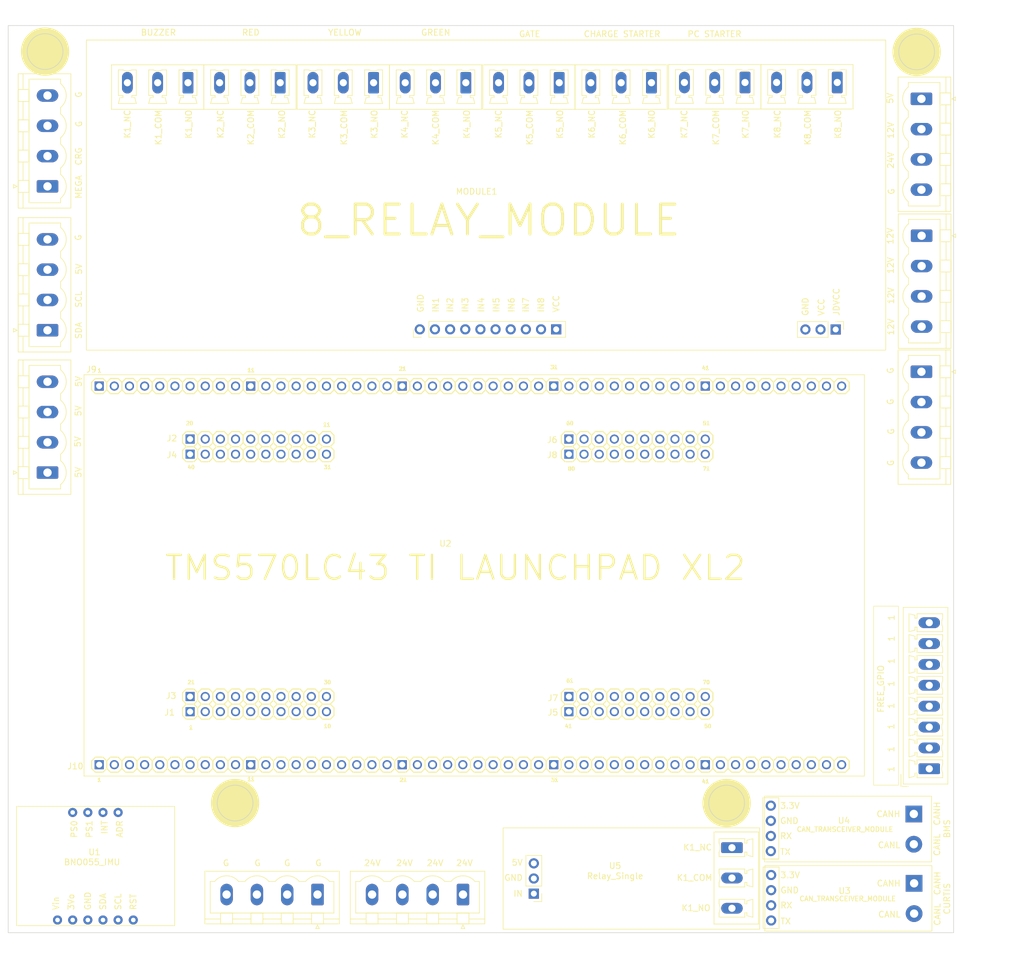
<source format=kicad_pcb>
(kicad_pcb (version 20211014) (generator pcbnew)
  (layers (0 "F.Cu" signal) (31 "B.Cu" signal) (34 "B.Paste" user) (35 "F.Paste" user) (36 "B.SilkS" user "B.Silkscreen") (37 "F.SilkS" user "F.Silkscreen") (38 "B.Mask" user) (39 "F.Mask" user) (44 "Edge.Cuts" user))
  (net 0 "")
  (net 1 "+5V")
  (net 2 "+3.3V")
  (net 3 "N2HET2_14{slash}MIBSPI2SIMO")
  (net 4 "GND")
  (net 5 "/SARJ START")
  (net 6 "MIBSPI3NCS_2{slash}I2C1_SDA{slash}N2HET1_27{slash}NTZ1_2")
  (net 7 "MIBSPI3NCS_3{slash}I2C1_SCL{slash}N2HET1_29{slash}NTZ1_1")
  (net 8 "DCAN1RX")
  (net 9 "N2HET2_0")
  (net 10 "N2HET2_1{slash}N2HET1_NDIS")
  (net 11 "N2HET2_6")
  (net 12 "N2HET2_7{slash}MIBSPI2NCS_0")
  (net 13 "N2HET2_9")
  (net 14 "N2HET2_10")
  (net 15 "N2HET2_8")
  (net 16 "N2HET2_13{slash}MIBSPI2SOMI")
  (net 18 "+24V")
  (net 19 "/RED ALARM")
  (net 21 "/YELLOW ALARM")
  (net 23 "/GREEN ALARM")
  (net 25 "/TRANSCEIVER_ON_OFF")
  (net 27 "/BUZZER ALARM")
  (net 30 "/PC_ON_HEADER_GND")
  (net 31 "/PC_ON_HEADER")
  (net 35 "DCAN1TX")
  (net 36 "/CANH_BMS")
  (net 37 "/CANL_BMS")
  (net 38 "GIOB_3{slash}DCAN4RX")
  (net 39 "GIOB_2{slash}DCAN4TX")
  (net 40 "/CANH_CURTIS")
  (net 41 "/CANL_CURTIS")
  (net 42 "N2HET2_2{slash}N2HET2_NDIS")
  (net 43 "+12V")
  (net 136 "DCAN2RX")
  (net 137 "DCAN2TX")
  (net 138 "N2HET2_4")
  (net 141 "N2HET2_3{slash}MIBSPI2CLK")
  (net 144 "N2HET2_23")
  (net 145 "N2HET2_11")
  (net 147 "N2HET2_22")
  (net 215 "/KAPI_KUMANDA_SW1")
  (net 216 "/KAPI_KUMANDA_SW2")
  (footprint "atlas:can_transiever_module" (layer "F.Cu") (at 155.0044 158.6372)
    (fp_text reference "U4" (at -0.2032 -8.6868 unlocked) (layer "F.SilkS"))
    (fp_text value "CAN_TRANSCEIVER_MODULE" (at -0.0508 -7.2136 unlocked) (layer "F.SilkS") (effects (font (size 0.8 0.8))))
    (fp_text user "CANH" (at 7.239 -9.779 unlocked) (layer "F.SilkS"))
    (fp_text user "GND" (at -9.366238 -8.636 unlocked) (layer "F.SilkS"))
    (fp_text user "RX" (at -9.913857 -6.096 unlocked) (layer "F.SilkS"))
    (fp_text user "CANL" (at 7.358048 -4.572 unlocked) (layer "F.SilkS"))
    (fp_text user "3.3V" (at -9.271 -11.176 unlocked) (layer "F.SilkS"))
    (fp_text user "TX" (at -10.033 -3.429 unlocked) (layer "F.SilkS"))
    (pad "1" thru_hole oval (at -12.468 -11.186 180) (size 1.7 1.7) (drill 1) (layers *.Cu *.Mask) (net 25 "/TRANSCEIVER_ON_OFF"))
    (pad "2" thru_hole oval (at -12.468 -8.646 180) (size 1.7 1.7) (drill 1) (layers *.Cu *.Mask) (net 4 "GND"))
    (pad "3" thru_hole oval (at -12.468 -6.106 180) (size 1.7 1.7) (drill 1) (layers *.Cu *.Mask) (net 8 "DCAN1RX"))
    (pad "4" thru_hole oval (at -12.468 -3.566 180) (size 1.7 1.7) (drill 1) (layers *.Cu *.Mask) (net 35 "DCAN1TX"))
    (pad "5" thru_hole rect (at 11.498 -9.796 270) (size 2.8 2.8) (drill 1.4) (layers *.Cu *.Mask) (net 36 "/CANH_BMS"))
    (pad "6" thru_hole oval (at 11.498 -4.716 270) (size 2.8 2.8) (drill 1.4) (layers *.Cu *.Mask) (net 37 "/CANL_BMS"))
  )
  (footprint "atlas:can_transiever_module" (layer "F.Cu") (at 155.0552 170.2704)
    (fp_text reference "U3" (at -0.1524 -8.5344 unlocked) (layer "F.SilkS"))
    (fp_text value "CAN_TRANSCEIVER_MODULE" (at 0.3556 -7.2136 unlocked) (layer "F.SilkS") (effects (font (size 0.8 0.8))))
    (fp_text user "TX" (at -10.033 -3.429 unlocked) (layer "F.SilkS"))
    (fp_text user "CANL" (at 7.358048 -4.572 unlocked) (layer "F.SilkS"))
    (fp_text user "CANH" (at 7.239 -9.779 unlocked) (layer "F.SilkS"))
    (fp_text user "RX" (at -9.913857 -6.096 unlocked) (layer "F.SilkS"))
    (fp_text user "3.3V" (at -9.271 -11.176 unlocked) (layer "F.SilkS"))
    (fp_text user "GND" (at -9.366238 -8.636 unlocked) (layer "F.SilkS"))
    (pad "1" thru_hole oval (at -12.468 -11.186 180) (size 1.7 1.7) (drill 1) (layers *.Cu *.Mask) (net 25 "/TRANSCEIVER_ON_OFF"))
    (pad "2" thru_hole oval (at -12.468 -8.646 180) (size 1.7 1.7) (drill 1) (layers *.Cu *.Mask) (net 4 "GND"))
    (pad "3" thru_hole oval (at -12.468 -6.106 180) (size 1.7 1.7) (drill 1) (layers *.Cu *.Mask) (net 38 "GIOB_3{slash}DCAN4RX"))
    (pad "4" thru_hole oval (at -12.468 -3.566 180) (size 1.7 1.7) (drill 1) (layers *.Cu *.Mask) (net 39 "GIOB_2{slash}DCAN4TX"))
    (pad "5" thru_hole rect (at 11.498 -9.796 270) (size 2.8 2.8) (drill 1.4) (layers *.Cu *.Mask) (net 40 "/CANH_CURTIS"))
    (pad "6" thru_hole oval (at 11.498 -4.716 270) (size 2.8 2.8) (drill 1.4) (layers *.Cu *.Mask) (net 41 "/CANL_CURTIS"))
  )
  (footprint "Connector_Phoenix_MSTB:PhoenixContact_MSTBVA_2,5_4-G-5,08_1x04_P5.08mm_Vertical" (layer "F.Cu") (at 21.2852 91.5924 90)
    (fp_text reference "J5" hide)
    (fp_text value "5V" hide)
    (pad "1" thru_hole roundrect (at 0 0 90) (size 2.08 3.6) (drill 1.4) (layers *.Cu *.Mask) (roundrect_rratio 0.120192) (net 1 "+5V"))
    (pad "2" thru_hole oval (at 5.08 0 90) (size 2.08 3.6) (drill 1.4) (layers *.Cu *.Mask) (net 1 "+5V"))
    (pad "3" thru_hole oval (at 10.16 0 90) (size 2.08 3.6) (drill 1.4) (layers *.Cu *.Mask) (net 1 "+5V"))
    (pad "4" thru_hole oval (at 15.24 0 90) (size 2.08 3.6) (drill 1.4) (layers *.Cu *.Mask) (net 1 "+5V"))
  )
  (footprint "atlas:IMU_BNO055" (layer "F.Cu") (at 16.1058 147.575)
    (fp_text reference "U1" (at 13.0556 7.6708 unlocked) (layer "F.SilkS"))
    (fp_text value "BNO055_IMU" (at 12.6492 9.3472 unlocked) (layer "F.SilkS"))
    (fp_text user "3Vo" (at 9.144 16.017904 90 unlocked) (layer "F.SilkS"))
    (fp_text user "SCL" (at 17.018 15.994095 90 unlocked) (layer "F.SilkS"))
    (fp_text user "ADR" (at 17.272 3.786191 90 unlocked) (layer "F.SilkS"))
    (fp_text user "PS0" (at 9.652 3.81 90 unlocked) (layer "F.SilkS"))
    (fp_text user "Vin" (at 6.604 16.256 90 unlocked) (layer "F.SilkS"))
    (fp_text user "SDA" (at 14.478 15.970285 90 unlocked) (layer "F.SilkS"))
    (fp_text user "GND" (at 11.938 15.851238 90 unlocked) (layer "F.SilkS"))
    (fp_text user "PS1" (at 12.192 3.81 90 unlocked) (layer "F.SilkS"))
    (fp_text user "INT" (at 14.732 3.500476 90 unlocked) (layer "F.SilkS"))
    (fp_text user "RST" (at 19.558 16.017904 90 unlocked) (layer "F.SilkS"))
    (pad "1" thru_hole circle (at 6.858 19.05 90) (size 1.524 1.524) (drill 0.762) (layers *.Cu *.Mask) (net 1 "+5V"))
    (pad "2" thru_hole circle (at 9.398 19.05 90) (size 1.524 1.524) (drill 0.762) (layers *.Cu *.Mask))
    (pad "3" thru_hole circle (at 11.938 19.05 90) (size 1.524 1.524) (drill 0.762) (layers *.Cu *.Mask) (net 4 "GND"))
    (pad "4" thru_hole circle (at 14.478 19.05 90) (size 1.524 1.524) (drill 0.762) (layers *.Cu *.Mask) (net 6 "MIBSPI3NCS_2{slash}I2C1_SDA{slash}N2HET1_27{slash}NTZ1_2"))
    (pad "5" thru_hole circle (at 17.018 19.05 90) (size 1.524 1.524) (drill 0.762) (layers *.Cu *.Mask) (net 7 "MIBSPI3NCS_3{slash}I2C1_SCL{slash}N2HET1_29{slash}NTZ1_1"))
    (pad "6" thru_hole circle (at 19.558 19.05 90) (size 1.524 1.524) (drill 0.762) (layers *.Cu *.Mask))
    (pad "7" thru_hole circle (at 9.398 1.016 90) (size 1.524 1.524) (drill 0.762) (layers *.Cu *.Mask))
    (pad "8" thru_hole circle (at 11.938 1.016 90) (size 1.524 1.524) (drill 0.762) (layers *.Cu *.Mask))
    (pad "9" thru_hole circle (at 14.478 1.016 90) (size 1.524 1.524) (drill 0.762) (layers *.Cu *.Mask))
    (pad "10" thru_hole circle (at 17.018 1.016 90) (size 1.524 1.524) (drill 0.762) (layers *.Cu *.Mask))
  )
  (footprint "Connector_Phoenix_MSTB:PhoenixContact_MSTBVA_2,5_4-G-5,08_1x04_P5.08mm_Vertical" (layer "F.Cu") (at 21.2852 43.5864 90)
    (fp_text reference "J1" hide)
    (fp_text value "MEGA_SARJ" hide)
    (pad "1" thru_hole roundrect (at 0 0 90) (size 2.08 3.6) (drill 1.4) (layers *.Cu *.Mask) (roundrect_rratio 0.120192) (net 42 "N2HET2_2{slash}N2HET2_NDIS"))
    (pad "2" thru_hole oval (at 5.08 0 90) (size 2.08 3.6) (drill 1.4) (layers *.Cu *.Mask) (net 5 "/SARJ START"))
    (pad "3" thru_hole oval (at 10.16 0 90) (size 2.08 3.6) (drill 1.4) (layers *.Cu *.Mask) (net 4 "GND"))
    (pad "4" thru_hole oval (at 15.24 0 90) (size 2.08 3.6) (drill 1.4) (layers *.Cu *.Mask) (net 4 "GND"))
  )
  (footprint "Connector_Phoenix_MSTB:PhoenixContact_MSTBVA_2,5_4-G-5,08_1x04_P5.08mm_Vertical" (layer "F.Cu") (at 167.7811 28.9052 -90)
    (fp_text reference "J2" hide)
    (fp_text value "POWER" hide)
    (pad "1" thru_hole roundrect (at 0 0 270) (size 2.08 3.6) (drill 1.4) (layers *.Cu *.Mask) (roundrect_rratio 0.120192) (net 1 "+5V"))
    (pad "2" thru_hole oval (at 5.08 0 270) (size 2.08 3.6) (drill 1.4) (layers *.Cu *.Mask) (net 43 "+12V"))
    (pad "3" thru_hole oval (at 10.16 0 270) (size 2.08 3.6) (drill 1.4) (layers *.Cu *.Mask) (net 18 "+24V"))
    (pad "4" thru_hole oval (at 15.24 0 270) (size 2.08 3.6) (drill 1.4) (layers *.Cu *.Mask) (net 4 "GND"))
  )
  (footprint "atlas:8_RELAY_MODULE" (layer "F.Cu") (at 93.726 52.324)
    (fp_text reference "MODULE1" (at -0.508 -7.874 unlocked) (layer "F.SilkS"))
    (fp_text value "8_RELAY_MODULE" (at 1.524 -3.048 unlocked) (layer "F.SilkS") (effects (font (size 5 5) (thickness 0.5))))
    (fp_text user "K1_NC" (at -59.055 -19.177 90 unlocked) (layer "F.SilkS"))
    (fp_text user "IN5" (at 2.794 11.144285 90 unlocked) (layer "F.SilkS"))
    (fp_text user "K2_NC" (at -43.434 -19.177 90 unlocked) (layer "F.SilkS"))
    (fp_text user "VCC" (at 57.269 11.525238 90 unlocked) (layer "F.SilkS"))
    (fp_text user "K4_NO" (at -2.159 -19.153191 90 unlocked) (layer "F.SilkS"))
    (fp_text user "K6_NC" (at 18.796 -19.177 90 unlocked) (layer "F.SilkS"))
    (fp_text user "K3_NC" (at -28.067 -19.177 90 unlocked) (layer "F.SilkS"))
    (fp_text user "IN4" (at 0.254 11.144285 90 unlocked) (layer "F.SilkS"))
    (fp_text user "IN1" (at -7.366 11.144285 90 unlocked) (layer "F.SilkS"))
    (fp_text user "K5_NO" (at 13.462 -19.153191 90 unlocked) (layer "F.SilkS"))
    (fp_text user "IN2" (at -4.953 11.144285 90 unlocked) (layer "F.SilkS"))
    (fp_text user "K1_NO" (at -48.768 -19.153191 90 unlocked) (layer "F.SilkS"))
    (fp_text user "K8_NO" (at 60.071 -19.153191 90 unlocked) (layer "F.SilkS"))
    (fp_text user "GND" (at -9.906 10.858571 90 unlocked) (layer "F.SilkS"))
    (fp_text user "K7_NO" (at 44.577 -19.153191 90 unlocked) (layer "F.SilkS"))
    (fp_text user "K7_COM" (at 39.624 -18.605572 90 unlocked) (layer "F.SilkS"))
    (fp_text user "K3_COM" (at -22.733 -18.605572 90 unlocked) (layer "F.SilkS"))
    (fp_text user "IN3" (at -2.413 11.144285 90 unlocked) (layer "F.SilkS"))
    (fp_text user "K8_COM" (at 54.991 -18.605572 90 unlocked) (layer "F.SilkS"))
    (fp_text user "IN6" (at 5.334 11.144285 90 unlocked) (layer "F.SilkS"))
    (fp_text user "K4_NC" (at -12.573 -19.177 90 unlocked) (layer "F.SilkS"))
    (fp_text user "K8_NC" (at 49.911 -19.177 90 unlocked) (layer "F.SilkS"))
    (fp_text user "K3_NO" (at -17.653 -19.153191 90 unlocked) (layer "F.SilkS"))
    (fp_text user "K2_COM" (at -38.354 -18.605572 90 unlocked) (layer "F.SilkS"))
    (fp_text user "IN7" (at 7.747 11.144285 90 unlocked) (layer "F.SilkS"))
    (fp_text user "K7_NC" (at 34.29 -19.177 90 unlocked) (layer "F.SilkS"))
    (fp_text user "K1_COM" (at -53.848 -18.605572 90 unlocked) (layer "F.SilkS"))
    (fp_text user "IN8" (at 10.287 11.144285 90 unlocked) (layer "F.SilkS"))
    (fp_text user "VCC" (at 12.827 10.953809 90 unlocked) (layer "F.SilkS"))
    (fp_text user "K5_COM" (at 8.382 -18.605572 90 unlocked) (layer "F.SilkS"))
    (fp_text user "K2_NO" (at -33.147 -19.153191 90 unlocked) (layer "F.SilkS"))
    (fp_text user "K6_NO" (at 28.829 -19.153191 90 unlocked) (layer "F.SilkS"))
    (fp_text user "JDVCC" (at 59.809 10.644285 90 unlocked) (layer "F.SilkS"))
    (fp_text user "K5_NC" (at 3.175 -19.177 90 unlocked) (layer "F.SilkS"))
    (fp_text user "K6_COM" (at 24.003 -18.605572 90 unlocked) (layer "F.SilkS"))
    (fp_text user "GND" (at 54.602 11.43 90 unlocked) (layer "F.SilkS"))
    (fp_text user "K4_COM" (at -7.366 -18.605572 90 unlocked) (layer "F.SilkS"))
    (pad "1" thru_hole rect (at 59.682 15.262 270) (size 1.7 1.7) (drill 1) (layers *.Cu *.Mask) (net 1 "+5V"))
    (pad "2" thru_hole oval (at 57.142 15.262 270) (size 1.7 1.7) (drill 1) (layers *.Cu *.Mask) (net 2 "+3.3V"))
    (pad "3" thru_hole oval (at 54.602 15.262 270) (size 1.7 1.7) (drill 1) (layers *.Cu *.Mask) (net 4 "GND"))
    (pad "4" thru_hole oval (at -10.033 15.24 270) (size 1.7 1.7) (drill 1) (layers *.Cu *.Mask) (net 4 "GND"))
    (pad "5" thru_hole oval (at -7.493 15.24 270) (size 1.7 1.7) (drill 1) (layers *.Cu *.Mask) (net 9 "N2HET2_0"))
    (pad "6" thru_hole oval (at -4.953 15.24 270) (size 1.7 1.7) (drill 1) (layers *.Cu *.Mask) (net 10 "N2HET2_1{slash}N2HET1_NDIS"))
    (pad "7" thru_hole oval (at -2.413 15.24 270) (size 1.7 1.7) (drill 1) (layers *.Cu *.Mask) (net 11 "N2HET2_6"))
    (pad "8" thru_hole oval (at 0.127 15.24 270) (size 1.7 1.7) (drill 1) (layers *.Cu *.Mask) (net 12 "N2HET2_7{slash}MIBSPI2NCS_0"))
    (pad "9" thru_hole oval (at 2.667 15.24 270) (size 1.7 1.7) (drill 1) (layers *.Cu *.Mask) (net 13 "N2HET2_9"))
    (pad "10" thru_hole oval (at 5.207 15.24 270) (size 1.7 1.7) (drill 1) (layers *.Cu *.Mask) (net 14 "N2HET2_10"))
    (pad "11" thru_hole oval (at 7.747 15.24 270) (size 1.7 1.7) (drill 1) (layers *.Cu *.Mask) (net 15 "N2HET2_8"))
    (pad "12" thru_hole oval (at 10.287 15.24 270) (size 1.7 1.7) (drill 1) (layers *.Cu *.Mask) (net 16 "N2HET2_13{slash}MIBSPI2SOMI"))
    (pad "13" thru_hole rect (at 12.827 15.24 270) (size 1.7 1.7) (drill 1) (layers *.Cu *.Mask) (net 2 "+3.3V"))
    (pad "14" thru_hole oval (at -59.055 -26.125 180) (size 1.8 3.6) (drill 1.2) (layers *.Cu *.Mask))
    (pad "15" thru_hole oval (at -53.975 -26.125 180) (size 1.8 3.6) (drill 1.2) (layers *.Cu *.Mask) (net 18 "+24V"))
    (pad "16" thru_hole roundrect (at -48.895 -26.125 180) (size 1.8 3.6) (drill 1.2) (layers *.Cu *.Mask) (roundrect_rratio 0.138889) (net 27 "/BUZZER ALARM"))
    (pad "17" thru_hole oval (at -43.595 -26.125 180) (size 1.8 3.6) (drill 1.2) (layers *.Cu *.Mask))
    (pad "18" thru_hole oval (at -38.515 -26.125 180) (size 1.8 3.6) (drill 1.2) (layers *.Cu *.Mask) (net 18 "+24V"))
    (pad "19" thru_hole roundrect (at -33.435 -26.125 180) (size 1.8 3.6) (drill 1.2) (layers *.Cu *.Mask) (roundrect_rratio 0.138889) (net 19 "/RED ALARM"))
    (pad "20" thru_hole oval (at -27.94 -26.125 180) (size 1.8 3.6) (drill 1.2) (layers *.Cu *.Mask))
    (pad "21" thru_hole oval (at -22.86 -26.125 180) (size 1.8 3.6) (drill 1.2) (layers *.Cu *.Mask) (net 18 "+24V"))
    (pad "22" thru_hole roundrect (at -17.78 -26.125 180) (size 1.8 3.6) (drill 1.2) (layers *.Cu *.Mask) (roundrect_rratio 0.138889) (net 21 "/YELLOW ALARM"))
    (pad "23" thru_hole oval (at -12.48 -26.125 180) (size 1.8 3.6) (drill 1.2) (layers *.Cu *.Mask))
    (pad "24" thru_hole oval (at -7.4 -26.125 180) (size 1.8 3.6) (drill 1.2) (layers *.Cu *.Mask) (net 18 "+24V"))
    (pad "25" thru_hole roundrect (at -2.32 -26.125 180) (size 1.8 3.6) (drill 1.2) (layers *.Cu *.Mask) (roundrect_rratio 0.138889) (net 23 "/GREEN ALARM"))
    (pad "26" thru_hole oval (at 3.175 -26.125 180) (size 1.8 3.6) (drill 1.2) (layers *.Cu *.Mask))
    (pad "27" thru_hole oval (at 8.255 -26.125 180) (size 1.8 3.6) (drill 1.2) (layers *.Cu *.Mask) (net 215 "/KAPI_KUMANDA_SW1"))
    (pad "28" thru_hole roundrect (at 13.335 -26.125 180) (size 1.8 3.6) (drill 1.2) (layers *.Cu *.Mask) (roundrect_rratio 0.138889) (net 216 "/KAPI_KUMANDA_SW2"))
    (pad "29" thru_hole oval (at 18.635 -26.125 180) (size 1.8 3.6) (drill 1.2) (layers *.Cu *.Mask))
    (pad "30" thru_hole oval (at 23.715 -26.125 180) (size 1.8 3.6) (drill 1.2) (layers *.Cu *.Mask) (net 18 "+24V"))
    (pad "31" thru_hole roundrect (at 28.795 -26.125 180) (size 1.8 3.6) (drill 1.2) (layers *.Cu *.Mask) (roundrect_rratio 0.138889) (net 5 "/SARJ START"))
    (pad "32" thru_hole oval (at 34.324 -26.162 180) (size 1.8 3.6) (drill 1.2) (layers *.Cu *.Mask))
    (pad "33" thru_hole oval (at 39.404 -26.162 180) (size 1.8 3.6) (drill 1.2) (layers *.Cu *.Mask) (net 30 "/PC_ON_HEADER_GND"))
    (pad "34" thru_hole roundrect (at 44.484 -26.162 180) (size 1.8 3.6) (drill 1.2) (layers *.Cu *.Mask) (roundrect_rratio 0.138889) (net 31 "/PC_ON_HEADER"))
    (pad "35" thru_hole oval (at 49.784 -26.162 180) (size 1.8 3.6) (drill 1.2) (layers *.Cu *.Mask))
    (pad "36" thru_hole oval (at 54.864 -26.162 180) (size 1.8 3.6) (drill 1.2) (layers *.Cu *.Mask))
    (pad "37" thru_hole roundrect (at 59.944 -26.162 180) (size 1.8 3.6) (drill 1.2) (layers *.Cu *.Mask) (roundrect_rratio 0.138889))
  )
  (footprint "Connector_Phoenix_MC:PhoenixContact_MCV_1,5_8-G-3.5_1x08_P3.50mm_Vertical" (layer "F.Cu") (at 169.0953 141.2645 90)
    (fp_text reference "J4" hide)
    (fp_text value "FREE_GPIO" (at 13.4009 -8.1101 90) (layer "F.SilkS"))
    (pad "1" thru_hole roundrect (at 0 0 90) (size 1.8 3.6) (drill 1.2) (layers *.Cu *.Mask) (roundrect_rratio 0.138889))
    (pad "2" thru_hole oval (at 3.5 0 90) (size 1.8 3.6) (drill 1.2) (layers *.Cu *.Mask))
    (pad "3" thru_hole oval (at 7 0 90) (size 1.8 3.6) (drill 1.2) (layers *.Cu *.Mask))
    (pad "4" thru_hole oval (at 10.5 0 90) (size 1.8 3.6) (drill 1.2) (layers *.Cu *.Mask))
    (pad "5" thru_hole oval (at 14 0 90) (size 1.8 3.6) (drill 1.2) (layers *.Cu *.Mask))
    (pad "6" thru_hole oval (at 17.5 0 90) (size 1.8 3.6) (drill 1.2) (layers *.Cu *.Mask))
    (pad "7" thru_hole oval (at 21 0 90) (size 1.8 3.6) (drill 1.2) (layers *.Cu *.Mask))
    (pad "8" thru_hole oval (at 24.5 0 90) (size 1.8 3.6) (drill 1.2) (layers *.Cu *.Mask))
  )
  (footprint "Connector_Phoenix_MSTB:PhoenixContact_MSTBVA_2,5_4-G-5,08_1x04_P5.08mm_Vertical" (layer "F.Cu") (at 66.548 162.3568 180)
    (fp_text reference "J9" hide)
    (fp_text value "GND" hide)
    (pad "1" thru_hole roundrect (at 0 0 180) (size 2.08 3.6) (drill 1.4) (layers *.Cu *.Mask) (roundrect_rratio 0.120192) (net 4 "GND"))
    (pad "2" thru_hole oval (at 5.08 0 180) (size 2.08 3.6) (drill 1.4) (layers *.Cu *.Mask) (net 4 "GND"))
    (pad "3" thru_hole oval (at 10.16 0 180) (size 2.08 3.6) (drill 1.4) (layers *.Cu *.Mask) (net 4 "GND"))
    (pad "4" thru_hole oval (at 15.24 0 180) (size 2.08 3.6) (drill 1.4) (layers *.Cu *.Mask) (net 4 "GND"))
  )
  (footprint "Connector_Phoenix_MSTB:PhoenixContact_MSTBVA_2,5_4-G-5,08_1x04_P5.08mm_Vertical" (layer "F.Cu") (at 167.8131 51.8668 -90)
    (fp_text reference "J6" hide)
    (fp_text value "12V" hide)
    (pad "1" thru_hole roundrect (at 0 0 270) (size 2.08 3.6) (drill 1.4) (layers *.Cu *.Mask) (roundrect_rratio 0.120192) (net 43 "+12V"))
    (pad "2" thru_hole oval (at 5.08 0 270) (size 2.08 3.6) (drill 1.4) (layers *.Cu *.Mask) (net 43 "+12V"))
    (pad "3" thru_hole oval (at 10.16 0 270) (size 2.08 3.6) (drill 1.4) (layers *.Cu *.Mask) (net 43 "+12V"))
    (pad "4" thru_hole oval (at 15.24 0 270) (size 2.08 3.6) (drill 1.4) (layers *.Cu *.Mask) (net 43 "+12V"))
  )
  (footprint "Connector_Phoenix_MSTB:PhoenixContact_MSTBVA_2,5_4-G-5,08_1x04_P5.08mm_Vertical" (layer "F.Cu") (at 21.2852 67.7164 90)
    (fp_text reference "J3" hide)
    (fp_text value "I2C" hide)
    (pad "1" thru_hole roundrect (at 0 0 90) (size 2.08 3.6) (drill 1.4) (layers *.Cu *.Mask) (roundrect_rratio 0.120192) (net 6 "MIBSPI3NCS_2{slash}I2C1_SDA{slash}N2HET1_27{slash}NTZ1_2"))
    (pad "2" thru_hole oval (at 5.08 0 90) (size 2.08 3.6) (drill 1.4) (layers *.Cu *.Mask) (net 7 "MIBSPI3NCS_3{slash}I2C1_SCL{slash}N2HET1_29{slash}NTZ1_1"))
    (pad "3" thru_hole oval (at 10.16 0 90) (size 2.08 3.6) (drill 1.4) (layers *.Cu *.Mask) (net 1 "+5V"))
    (pad "4" thru_hole oval (at 15.24 0 90) (size 2.08 3.6) (drill 1.4) (layers *.Cu *.Mask) (net 4 "GND"))
  )
  (footprint "Connector_Phoenix_MSTB:PhoenixContact_MSTBVA_2,5_4-G-5,08_1x04_P5.08mm_Vertical" (layer "F.Cu") (at 167.7811 74.676 -90)
    (fp_text reference "J8" hide)
    (fp_text value "GND" hide)
    (pad "1" thru_hole roundrect (at 0 0 270) (size 2.08 3.6) (drill 1.4) (layers *.Cu *.Mask) (roundrect_rratio 0.120192) (net 4 "GND"))
    (pad "2" thru_hole oval (at 5.08 0 270) (size 2.08 3.6) (drill 1.4) (layers *.Cu *.Mask) (net 4 "GND"))
    (pad "3" thru_hole oval (at 10.16 0 270) (size 2.08 3.6) (drill 1.4) (layers *.Cu *.Mask) (net 4 "GND"))
    (pad "4" thru_hole oval (at 15.24 0 270) (size 2.08 3.6) (drill 1.4) (layers *.Cu *.Mask) (net 4 "GND"))
  )
  (footprint "atlas:TI_Eval_Board" (layer "F.Cu") (at 29.9466 77.0782)
    (fp_text reference "U2" (at 58.039 26.416 unlocked) (layer "F.SilkS"))
    (fp_text value "TMS570LC43")
    (fp_text user "31" (at 75.565 -2.794) (layer "F.SilkS") (effects (font (size 0.6096 0.6096) (thickness 0.1524)) (justify left bottom)))
    (fp_text user "11" (at 24.765 66.294) (layer "F.SilkS") (effects (font (size 0.6096 0.6096) (thickness 0.1524)) (justify left bottom)))
    (fp_text user "21" (at 50.165 -2.54) (layer "F.SilkS") (effects (font (size 0.6096 0.6096) (thickness 0.1524)) (justify left bottom)))
    (fp_text user "TMS570LC43 TI LAUNCHPAD XL2" (at 59.69 30.48 unlocked) (layer "F.SilkS") (effects (font (size 4 4) (thickness 0.4))))
    (fp_text user "1" (at -0.381 66.421) (layer "F.SilkS") (effects (font (size 0.6096 0.6096) (thickness 0.1524)) (justify left bottom)))
    (fp_text user "J4" (at 12.192 11.557 unlocked) (layer "F.SilkS"))
    (fp_text user "41" (at 100.965 66.675) (layer "F.SilkS") (effects (font (size 0.6096 0.6096) (thickness 0.1524)) (justify left bottom)))
    (fp_text user "11" (at 37.465 6.858) (layer "F.SilkS") (effects (font (size 0.6096 0.6096) (thickness 0.1524)) (justify left bottom)))
    (fp_text user "J9" (at -1.2954 -2.794 unlocked) (layer "F.SilkS"))
    (fp_text user "40" (at 14.732 13.97) (layer "F.SilkS") (effects (font (size 0.6096 0.6096) (thickness 0.1524)) (justify left bottom)))
    (fp_text user "1" (at -0.3302 -2.2352) (layer "F.SilkS") (effects (font (size 0.6096 0.6096) (thickness 0.1524)) (justify left bottom)))
    (fp_text user "41" (at 77.978 57.404) (layer "F.SilkS") (effects (font (size 0.6096 0.6096) (thickness 0.1524)) (justify left bottom)))
    (fp_text user "11" (at 24.765 -2.286) (layer "F.SilkS") (effects (font (size 0.6096 0.6096) (thickness 0.1524)) (justify left bottom)))
    (fp_text user "J1" (at 11.811 54.737 unlocked) (layer "F.SilkS"))
    (fp_text user "J7" (at 76.073 52.324 unlocked) (layer "F.SilkS"))
    (fp_text user "1" (at 14.986 57.658) (layer "F.SilkS") (effects (font (size 0.6096 0.6096) (thickness 0.1524)) (justify left bottom)))
    (fp_text user "1" (at 14.986 57.658) (layer "F.SilkS") (effects (font (size 0.6096 0.6096) (thickness 0.1524)) (justify left bottom)))
    (fp_text user "31" (at 75.692 66.421) (layer "F.SilkS") (effects (font (size 0.6096 0.6096) (thickness 0.1524)) (justify left bottom)))
    (fp_text user "51" (at 101.092 6.604) (layer "F.SilkS") (effects (font (size 0.6096 0.6096) (thickness 0.1524)) (justify left bottom)))
    (fp_text user "41" (at 100.965 66.675) (layer "F.SilkS") (effects (font (size 0.6096 0.6096) (thickness 0.1524)) (justify left bottom)))
    (fp_text user "61" (at 78.232 49.784) (layer "F.SilkS") (effects (font (size 0.6096 0.6096) (thickness 0.1524)) (justify left bottom)))
    (fp_text user "J5" (at 76.073 54.737 unlocked) (layer "F.SilkS"))
    (fp_text user "21" (at 50.165 -2.54) (layer "F.SilkS") (effects (font (size 0.6096 0.6096) (thickness 0.1524)) (justify left bottom)))
    (fp_text user "10" (at 37.592 57.404) (layer "F.SilkS") (effects (font (size 0.6096 0.6096) (thickness 0.1524)) (justify left bottom)))
    (fp_text user "50" (at 101.346 57.404) (layer "F.SilkS") (effects (font (size 0.6096 0.6096) (thickness 0.1524)) (justify left bottom)))
    (fp_text user "1" (at -0.3302 -2.2352) (layer "F.SilkS") (effects (font (size 0.6096 0.6096) (thickness 0.1524)) (justify left bottom)))
    (fp_text user "20" (at 14.478 6.604) (layer "F.SilkS") (effects (font (size 0.6096 0.6096) (thickness 0.1524)) (justify left bottom)))
    (fp_text user "11" (at 24.765 -2.286) (layer "F.SilkS") (effects (font (size 0.6096 0.6096) (thickness 0.1524)) (justify left bottom)))
    (fp_text user "31" (at 37.592 13.97) (layer "F.SilkS") (effects (font (size 0.6096 0.6096) (thickness 0.1524)) (justify left bottom)))
    (fp_text user "J6" (at 75.946 9.017 unlocked) (layer "F.SilkS"))
    (fp_text user "41" (at 100.965 -2.667) (layer "F.SilkS") (effects (font (size 0.6096 0.6096) (thickness 0.1524)) (justify left bottom)))
    (fp_text user "11" (at 37.465 6.858) (layer "F.SilkS") (effects (font (size 0.6096 0.6096) (thickness 0.1524)) (justify left bottom)))
    (fp_text user "30" (at 37.592 50.038) (layer "F.SilkS") (effects (font (size 0.6096 0.6096) (thickness 0.1524)) (justify left bottom)))
    (fp_text user "J2" (at 12.192 8.763 unlocked) (layer "F.SilkS"))
    (fp_text user "60" (at 78.232 6.604) (layer "F.SilkS") (effects (font (size 0.6096 0.6096) (thickness 0.1524)) (justify left bottom)))
    (fp_text user "21" (at 50.292 66.421) (layer "F.SilkS") (effects (font (size 0.6096 0.6096) (thickness 0.1524)) (justify left bottom)))
    (fp_text user "J8" (at 75.946 11.557 unlocked) (layer "F.SilkS"))
    (fp_text user "41" (at 100.965 -2.667) (layer "F.SilkS") (effects (font (size 0.6096 0.6096) (thickness 0.1524)) (justify left bottom)))
    (fp_text user "1" (at -0.381 66.421) (layer "F.SilkS") (effects (font (size 0.6096 0.6096) (thickness 0.1524)) (justify left bottom)))
    (fp_text user "21" (at 50.292 66.421) (layer "F.SilkS") (effects (font (size 0.6096 0.6096) (thickness 0.1524)) (justify left bottom)))
    (fp_text user "70" (at 101.092 50.038) (layer "F.SilkS") (effects (font (size 0.6096 0.6096) (thickness 0.1524)) (justify left bottom)))
    (fp_text user "80" (at 78.486 14.224) (layer "F.SilkS") (effects (font (size 0.6096 0.6096) (thickness 0.1524)) (justify left bottom)))
    (fp_text user "11" (at 24.765 66.294) (layer "F.SilkS") (effects (font (size 0.6096 0.6096) (thickness 0.1524)) (justify left bottom)))
    (fp_text user "21" (at 14.732 50.038) (layer "F.SilkS") (effects (font (size 0.6096 0.6096) (thickness 0.1524)) (justify left bottom)))
    (fp_text user "71" (at 101.092 14.224) (layer "F.SilkS") (effects (font (size 0.6096 0.6096) (thickness 0.1524)) (justify left bottom)))
    (fp_text user "J3" (at 12.065 51.943 unlocked) (layer "F.SilkS"))
    (fp_text user "31" (at 75.565 -2.794) (layer "F.SilkS") (effects (font (size 0.6096 0.6096) (thickness 0.1524)) (justify left bottom)))
    (fp_text user "31" (at 75.692 66.421) (layer "F.SilkS") (effects (font (size 0.6096 0.6096) (thickness 0.1524)) (justify left bottom)))
    (fp_text user "J10" (at -3.9878 63.754 unlocked) (layer "F.SilkS"))
    (pad "J1_1" thru_hole rect (at 15.24 54.61 90) (size 1.524 1.524) (drill 1.016) (layers *.Cu *.Mask))
    (pad "J1_2" thru_hole circle (at 17.78 54.61 90) (size 1.524 1.524) (drill 1.016) (layers *.Cu *.Mask))
    (pad "J1_3" thru_hole circle (at 20.32 54.61 90) (size 1.524 1.524) (drill 1.016) (layers *.Cu *.Mask))
    (pad "J1_4" thru_hole circle (at 22.86 54.61 90) (size 1.524 1.524) (drill 1.016) (layers *.Cu *.Mask))
    (pad "J1_5" thru_hole circle (at 25.4 54.61 90) (size 1.524 1.524) (drill 1.016) (layers *.Cu *.Mask))
    (pad "J1_6" thru_hole circle (at 27.94 54.61 90) (size 1.524 1.524) (drill 1.016) (layers *.Cu *.Mask))
    (pad "J1_7" thru_hole circle (at 30.48 54.61 90) (size 1.524 1.524) (drill 1.016) (layers *.Cu *.Mask))
    (pad "J1_8" thru_hole circle (at 33.02 54.61 90) (size 1.524 1.524) (drill 1.016) (layers *.Cu *.Mask))
    (pad "J1_9" thru_hole circle (at 35.56 54.61 90) (size 1.524 1.524) (drill 1.016) (layers *.Cu *.Mask))
    (pad "J1_10" thru_hole circle (at 38.1 54.61 90) (size 1.524 1.524) (drill 1.016) (layers *.Cu *.Mask))
    (pad "J2_1" thru_hole rect (at 15.24 8.89 90) (size 1.524 1.524) (drill 1.016) (layers *.Cu *.Mask))
    (pad "J2_2" thru_hole circle (at 17.78 8.89 90) (size 1.524 1.524) (drill 1.016) (layers *.Cu *.Mask))
    (pad "J2_3" thru_hole circle (at 20.32 8.89 90) (size 1.524 1.524) (drill 1.016) (layers *.Cu *.Mask))
    (pad "J2_4" thru_hole circle (at 22.86 8.89 90) (size 1.524 1.524) (drill 1.016) (layers *.Cu *.Mask))
    (pad "J2_5" thru_hole circle (at 25.4 8.89 90) (size 1.524 1.524) (drill 1.016) (layers *.Cu *.Mask))
    (pad "J2_6" thru_hole circle (at 27.94 8.89 90) (size 1.524 1.524) (drill 1.016) (layers *.Cu *.Mask))
    (pad "J2_7" thru_hole circle (at 30.48 8.89 90) (size 1.524 1.524) (drill 1.016) (layers *.Cu *.Mask))
    (pad "J2_8" thru_hole circle (at 33.02 8.89 90) (size 1.524 1.524) (drill 1.016) (layers *.Cu *.Mask) (net 6 "MIBSPI3NCS_2{slash}I2C1_SDA{slash}N2HET1_27{slash}NTZ1_2"))
    (pad "J2_9" thru_hole circle (at 35.56 8.89 90) (size 1.524 1.524) (drill 1.016) (layers *.Cu *.Mask) (net 7 "MIBSPI3NCS_3{slash}I2C1_SCL{slash}N2HET1_29{slash}NTZ1_1"))
    (pad "J2_10" thru_hole circle (at 38.1 8.89 90) (size 1.524 1.524) (drill 1.016) (layers *.Cu *.Mask))
    (pad "J3_1" thru_hole rect (at 15.24 52.07 90) (size 1.524 1.524) (drill 1.016) (layers *.Cu *.Mask))
    (pad "J3_2" thru_hole circle (at 17.78 52.07 90) (size 1.524 1.524) (drill 1.016) (layers *.Cu *.Mask))
    (pad "J3_3" thru_hole circle (at 20.32 52.07 90) (size 1.524 1.524) (drill 1.016) (layers *.Cu *.Mask))
    (pad "J3_4" thru_hole circle (at 22.86 52.07 90) (size 1.524 1.524) (drill 1.016) (layers *.Cu *.Mask))
    (pad "J3_5" thru_hole circle (at 25.4 52.07 90) (size 1.524 1.524) (drill 1.016) (layers *.Cu *.Mask))
    (pad "J3_6" thru_hole circle (at 27.94 52.07 90) (size 1.524 1.524) (drill 1.016) (layers *.Cu *.Mask))
    (pad "J3_7" thru_hole circle (at 30.48 52.07 90) (size 1.524 1.524) (drill 1.016) (layers *.Cu *.Mask))
    (pad "J3_8" thru_hole circle (at 33.02 52.07 90) (size 1.524 1.524) (drill 1.016) (layers *.Cu *.Mask))
    (pad "J3_9" thru_hole circle (at 35.56 52.07 90) (size 1.524 1.524) (drill 1.016) (layers *.Cu *.Mask))
    (pad "J3_10" thru_hole circle (at 38.1 52.07 90) (size 1.524 1.524) (drill 1.016) (layers *.Cu *.Mask))
    (pad "J4_1" thru_hole rect (at 15.24 11.43 90) (size 1.524 1.524) (drill 1.016) (layers *.Cu *.Mask))
    (pad "J4_2" thru_hole circle (at 17.78 11.43 90) (size 1.524 1.524) (drill 1.016) (layers *.Cu *.Mask))
    (pad "J4_3" thru_hole circle (at 20.32 11.43 90) (size 1.524 1.524) (drill 1.016) (layers *.Cu *.Mask))
    (pad "J4_4" thru_hole circle (at 22.86 11.43 90) (size 1.524 1.524) (drill 1.016) (layers *.Cu *.Mask))
    (pad "J4_5" thru_hole circle (at 25.4 11.43 90) (size 1.524 1.524) (drill 1.016) (layers *.Cu *.Mask))
    (pad "J4_6" thru_hole circle (at 27.94 11.43 90) (size 1.524 1.524) (drill 1.016) (layers *.Cu *.Mask))
    (pad "J4_7" thru_hole circle (at 30.48 11.43 90) (size 1.524 1.524) (drill 1.016) (layers *.Cu *.Mask))
    (pad "J4_8" thru_hole circle (at 33.02 11.43 90) (size 1.524 1.524) (drill 1.016) (layers *.Cu *.Mask))
    (pad "J4_9" thru_hole circle (at 35.56 11.43 90) (size 1.524 1.524) (drill 1.016) (layers *.Cu *.Mask))
    (pad "J4_10" thru_hole circle (at 38.1 11.43 90) (size 1.524 1.524) (drill 1.016) (layers *.Cu *.Mask))
    (pad "J5_1" thru_hole rect (at 78.74 54.61 90) (size 1.524 1.524) (drill 1.016) (layers *.Cu *.Mask))
    (pad "J5_2" thru_hole circle (at 81.28 54.61 90) (size 1.524 1.524) (drill 1.016) (layers *.Cu *.Mask))
    (pad "J5_3" thru_hole circle (at 83.82 54.61 90) (size 1.524 1.524) (drill 1.016) (layers *.Cu *.Mask))
    (pad "J5_4" thru_hole circle (at 86.36 54.61 90) (size 1.524 1.524) (drill 1.016) (layers *.Cu *.Mask))
    (pad "J5_5" thru_hole circle (at 88.9 54.61 90) (size 1.524 1.524) (drill 1.016) (layers *.Cu *.Mask))
    (pad "J5_6" thru_hole circle (at 91.44 54.61 90) (size 1.524 1.524) (drill 1.016) (layers *.Cu *.Mask))
    (pad "J5_7" thru_hole circle (at 93.98 54.61 90) (size 1.524 1.524) (drill 1.016) (layers *.Cu *.Mask))
    (pad "J5_8" thru_hole circle (at 96.52 54.61 90) (size 1.524 1.524) (drill 1.016) (layers *.Cu *.Mask))
    (pad "J5_9" thru_hole circle (at 99.06 54.61 90) (size 1.524 1.524) (drill 1.016) (layers *.Cu *.Mask))
    (pad "J5_10" thru_hole circle (at 101.6 54.61 90) (size 1.524 1.524) (drill 1.016) (layers *.Cu *.Mask))
    (pad "J6_1" thru_hole rect (at 78.74 8.89 90) (size 1.524 1.524) (drill 1.016) (layers *.Cu *.Mask))
    (pad "J6_2" thru_hole circle (at 81.28 8.89 90) (size 1.524 1.524) (drill 1.016) (layers *.Cu *.Mask))
    (pad "J6_3" thru_hole circle (at 83.82 8.89 90) (size 1.524 1.524) (drill 1.016) (layers *.Cu *.Mask))
    (pad "J6_4" thru_hole circle (at 86.36 8.89 90) (size 1.524 1.524) (drill 1.016) (layers *.Cu *.Mask))
    (pad "J6_5" thru_hole circle (at 88.9 8.89 90) (size 1.524 1.524) (drill 1.016) (layers *.Cu *.Mask))
    (pad "J6_6" thru_hole circle (at 91.44 8.89 90) (size 1.524 1.524) (drill 1.016) (layers *.Cu *.Mask))
    (pad "J6_7" thru_hole circle (at 93.98 8.89 90) (size 1.524 1.524) (drill 1.016) (layers *.Cu *.Mask))
    (pad "J6_8" thru_hole circle (at 96.52 8.89 90) (size 1.524 1.524) (drill 1.016) (layers *.Cu *.Mask))
    (pad "J6_9" thru_hole circle (at 99.06 8.89 90) (size 1.524 1.524) (drill 1.016) (layers *.Cu *.Mask))
    (pad "J6_10" thru_hole circle (at 101.6 8.89 90) (size 1.524 1.524) (drill 1.016) (layers *.Cu *.Mask))
    (pad "J7_1" thru_hole rect (at 78.74 52.07 90) (size 1.524 1.524) (drill 1.016) (layers *.Cu *.Mask))
    (pad "J7_2" thru_hole circle (at 81.28 52.07 90) (size 1.524 1.524) (drill 1.016) (layers *.Cu *.Mask))
    (pad "J7_3" thru_hole circle (at 83.82 52.07 90) (size 1.524 1.524) (drill 1.016) (layers *.Cu *.Mask))
    (pad "J7_4" thru_hole circle (at 86.36 52.07 90) (size 1.524 1.524) (drill 1.016) (layers *.Cu *.Mask))
    (pad "J7_5" thru_hole circle (at 88.9 52.07 90) (size 1.524 1.524) (drill 1.016) (layers *.Cu *.Mask))
    (pad "J7_6" thru_hole circle (at 91.44 52.07 90) (size 1.524 1.524) (drill 1.016) (layers *.Cu *.Mask))
    (pad "J7_7" thru_hole circle (at 93.98 52.07 90) (size 1.524 1.524) (drill 1.016) (layers *.Cu *.Mask))
    (pad "J7_8" thru_hole circle (at 96.52 52.07 90) (size 1.524 1.524) (drill 1.016) (layers *.Cu *.Mask))
    (pad "J7_9" thru_hole circle (at 99.06 52.07 90) (size 1.524 1.524) (drill 1.016) (layers *.Cu *.Mask))
    (pad "J7_10" thru_hole circle (at 101.6 52.07 90) (size 1.524 1.524) (drill 1.016) (layers *.Cu *.Mask))
    (pad "J8_1" thru_hole rect (at 78.74 11.43 90) (size 1.524 1.524) (drill 1.016) (layers *.Cu *.Mask))
    (pad "J8_2" thru_hole circle (at 81.28 11.43 90) (size 1.524 1.524) (drill 1.016) (layers *.Cu *.Mask))
    (pad "J8_3" thru_hole circle (at 83.82 11.43 90) (size 1.524 1.524) (drill 1.016) (layers *.Cu *.Mask))
    (pad "J8_4" thru_hole circle (at 86.36 11.43 90) (size 1.524 1.524) (drill 1.016) (layers *.Cu *.Mask))
    (pad "J8_5" thru_hole circle (at 88.9 11.43 90) (size 1.524 1.524) (drill 1.016) (layers *.Cu *.Mask))
    (pad "J8_6" thru_hole circle (at 91.44 11.43 90) (size 1.524 1.524) (drill 1.016) (layers *.Cu *.Mask))
    (pad "J8_7" thru_hole circle (at 93.98 11.43 90) (size 1.524 1.524) (drill 1.016) (layers *.Cu *.Mask))
    (pad "J8_8" thru_hole circle (at 96.52 11.43 90) (size 1.524 1.524) (drill 1.016) (layers *.Cu *.Mask))
    (pad "J8_9" thru_hole circle (at 99.06 11.43 90) (size 1.524 1.524) (drill 1.016) (layers *.Cu *.Mask))
    (pad "J8_10" thru_hole circle (at 101.6 11.43 90) (size 1.524 1.524) (drill 1.016) (layers *.Cu *.Mask))
    (pad "J9_1" thru_hole rect (at 0 0 90) (size 1.524 1.524) (drill 1.016) (layers *.Cu *.Mask))
    (pad "J9_2" thru_hole circle (at 2.54 0 90) (size 1.524 1.524) (drill 1.016) (layers *.Cu *.Mask))
    (pad "J9_3" thru_hole circle (at 5.08 0 90) (size 1.524 1.524) (drill 1.016) (layers *.Cu *.Mask))
    (pad "J9_4" thru_hole circle (at 7.62 0 90) (size 1.524 1.524) (drill 1.016) (layers *.Cu *.Mask))
    (pad "J9_5" thru_hole circle (at 10.16 0 90) (size 1.524 1.524) (drill 1.016) (layers *.Cu *.Mask) (net 9 "N2HET2_0"))
    (pad "J9_6" thru_hole circle (at 12.7 0 90) (size 1.524 1.524) (drill 1.016) (layers *.Cu *.Mask) (net 10 "N2HET2_1{slash}N2HET1_NDIS"))
    (pad "J9_7" thru_hole circle (at 15.24 0 90) (size 1.524 1.524) (drill 1.016) (layers *.Cu *.Mask) (net 11 "N2HET2_6"))
    (pad "J9_8" thru_hole circle (at 17.78 0 90) (size 1.524 1.524) (drill 1.016) (layers *.Cu *.Mask))
    (pad "J9_9" thru_hole circle (at 20.32 0 90) (size 1.524 1.524) (drill 1.016) (layers *.Cu *.Mask))
    (pad "J9_10" thru_hole circle (at 22.86 0 90) (size 1.524 1.524) (drill 1.016) (layers *.Cu *.Mask))
    (pad "J9_11" thru_hole rect (at 25.4 0 90) (size 1.524 1.524) (drill 1.016) (layers *.Cu *.Mask))
    (pad "J9_12" thru_hole circle (at 27.94 0 90) (size 1.524 1.524) (drill 1.016) (layers *.Cu *.Mask) (net 136 "DCAN2RX"))
    (pad "J9_13" thru_hole circle (at 30.48 0 90) (size 1.524 1.524) (drill 1.016) (layers *.Cu *.Mask) (net 137 "DCAN2TX"))
    (pad "J9_14" thru_hole circle (at 33.02 0 90) (size 1.524 1.524) (drill 1.016) (layers *.Cu *.Mask) (net 138 "N2HET2_4"))
    (pad "J9_15" thru_hole circle (at 35.56 0 90) (size 1.524 1.524) (drill 1.016) (layers *.Cu *.Mask))
    (pad "J9_16" thru_hole circle (at 38.1 0 90) (size 1.524 1.524) (drill 1.016) (layers *.Cu *.Mask))
    (pad "J9_17" thru_hole circle (at 40.64 0 90) (size 1.524 1.524) (drill 1.016) (layers *.Cu *.Mask) (net 141 "N2HET2_3{slash}MIBSPI2CLK"))
    (pad "J9_18" thru_hole circle (at 43.18 0 90) (size 1.524 1.524) (drill 1.016) (layers *.Cu *.Mask) (net 42 "N2HET2_2{slash}N2HET2_NDIS"))
    (pad "J9_19" thru_hole circle (at 45.72 0 90) (size 1.524 1.524) (drill 1.016) (layers *.Cu *.Mask))
    (pad "J9_20" thru_hole circle (at 48.26 0 90) (size 1.524 1.524) (drill 1.016) (layers *.Cu *.Mask) (net 12 "N2HET2_7{slash}MIBSPI2NCS_0"))
    (pad "J9_21" thru_hole rect (at 50.8 0 90) (size 1.524 1.524) (drill 1.016) (layers *.Cu *.Mask))
    (pad "J9_22" thru_hole circle (at 53.34 0 90) (size 1.524 1.524) (drill 1.016) (layers *.Cu *.Mask) (net 3 "N2HET2_14{slash}MIBSPI2SIMO"))
    (pad "J9_23" thru_hole circle (at 55.88 0 90) (size 1.524 1.524) (drill 1.016) (layers *.Cu *.Mask) (net 144 "N2HET2_23"))
    (pad "J9_24" thru_hole circle (at 58.42 0 90) (size 1.524 1.524) (drill 1.016) (layers *.Cu *.Mask) (net 145 "N2HET2_11"))
    (pad "J9_25" thru_hole circle (at 60.96 0 90) (size 1.524 1.524) (drill 1.016) (layers *.Cu *.Mask))
    (pad "J9_26" thru_hole circle (at 63.5 0 90) (size 1.524 1.524) (drill 1.016) (layers *.Cu *.Mask) (net 14 "N2HET2_10"))
    (pad "J9_27" thru_hole circle (at 66.04 0 90) (size 1.524 1.524) (drill 1.016) (layers *.Cu *.Mask) (net 13 "N2HET2_9"))
    (pad "J9_28" thru_hole circle (at 68.58 0 90) (size 1.524 1.524) (drill 1.016) (layers *.Cu *.Mask) (net 147 "N2HET2_22"))
    (pad "J9_29" thru_hole circle (at 71.12 0 90) (size 1.524 1.524) (drill 1.016) (layers *.Cu *.Mask))
    (pad "J9_30" thru_hole circle (at 73.66 0 90) (size 1.524 1.524) (drill 1.016) (layers *.Cu *.Mask))
    (pad "J9_31" thru_hole rect (at 76.2 0 90) (size 1.524 1.524) (drill 1.016) (layers *.Cu *.Mask))
    (pad "J9_32" thru_hole circle (at 78.74 0 90) (size 1.524 1.524) (drill 1.016) (layers *.Cu *.Mask))
    (pad "J9_33" thru_hole circle (at 81.28 0 90) (size 1.524 1.524) (drill 1.016) (layers *.Cu *.Mask))
    (pad "J9_34" thru_hole circle (at 83.82 0 90) (size 1.524 1.524) (drill 1.016) (layers *.Cu *.Mask))
    (pad "J9_35" thru_hole circle (at 86.36 0 90) (size 1.524 1.524) (drill 1.016) (layers *.Cu *.Mask))
    (pad "J9_36" thru_hole circle (at 88.9 0 90) (size 1.524 1.524) (drill 1.016) (layers *.Cu *.Mask))
    (pad "J9_37" thru_hole circle (at 91.44 0 90) (size 1.524 1.524) (drill 1.016) (layers *.Cu *.Mask))
    (pad "J9_38" thru_hole circle (at 93.98 0 90) (size 1.524 1.524) (drill 1.016) (layers *.Cu *.Mask))
    (pad "J9_39" thru_hole circle (at 96.52 0 90) (size 1.524 1.524) (drill 1.016) (layers *.Cu *.Mask))
    (pad "J9_40" thru_hole circle (at 99.06 0 90) (size 1.524 1.524) (drill 1.016) (layers *.Cu *.Mask))
    (pad "J9_41" thru_hole rect (at 101.6 0 90) (size 1.524 1.524) (drill 1.016) (layers *.Cu *.Mask))
    (pad "J9_42" thru_hole circle (at 104.14 0 90) (size 1.524 1.524) (drill 1.016) (layers *.Cu *.Mask))
    (pad "J9_43" thru_hole circle (at 106.68 0 90) (size 1.524 1.524) (drill 1.016) (layers *.Cu *.Mask))
    (pad "J9_44" thru_hole circle (at 109.22 0 90) (size 1.524 1.524) (drill 1.016) (layers *.Cu *.Mask))
    (pad "J9_45" thru_hole circle (at 111.76 0 90) (size 1.524 1.524) (drill 1.016) (layers *.Cu *.Mask))
    (pad "J9_46" thru_hole circle (at 114.3 0 90) (size 1.524 1.524) (drill 1.016) (layers *.Cu *.Mask))
    (pad "J9_47" thru_hole circle (at 116.84 0 90) (size 1.524 1.524) (drill 1.016) (layers *.Cu *.Mask))
    (pad "J9_48" thru_hole circle (at 119.38 0 90) (size 1.524 1.524) (drill 1.016) (layers *.Cu *.Mask))
    (pad "J9_49" thru_hole circle (at 121.92 0 90) (size 1.524 1.524) (drill 1.016) (layers *.Cu *.Mask))
    (pad "J9_50" thru_hole circle (at 124.46 0 90) (size 1.524 1.524) (drill 1.016) (layers *.Cu *.Mask))
    (pad "J10_1" thru_hole rect (at 0 63.5 90) (size 1.524 1.524) (drill 1.016) (layers *.Cu *.Mask))
    (pad "J10_2" thru_hole circle (at 2.54 63.5 90) (size 1.524 1.524) (drill 1.016) (layers *.Cu *.Mask))
    (pad "J10_3" thru_hole circle (at 5.08 63.5 90) (size 1.524 1.524) (drill 1.016) (layers *.Cu *.Mask))
    (pad "J10_4" thru_hole circle (at 7.62 63.5 90) (size 1.524 1.524) (drill 1.016) (layers *.Cu *.Mask))
    (pad "J10_5" thru_hole circle (at 10.16 63.5 90) (size 1.524 1.524) (drill 1.016) (layers *.Cu *.Mask) (net 39 "GIOB_2{slash}DCAN4TX"))
    (pad "J10_6" thru_hole circle (at 12.7 63.5 90) (size 1.524 1.524) (drill 1.016) (layers *.Cu *.Mask))
    (pad "J10_7" thru_hole circle (at 15.24 63.5 90) (size 1.524 1.524) (drill 1.016) (layers *.Cu *.Mask))
    (pad "J10_8" thru_hole circle (at 17.78 63.5 90) (size 1.524 1.524) (drill 1.016) (layers *.Cu *.Mask))
    (pad "J10_9" thru_hole circle (at 20.32 63.5 90) (size 1.524 1.524) (drill 1.016) (layers *.Cu *.Mask))
    (pad "J10_10" thru_hole circle (at 22.86 63.5 90) (size 1.524 1.524) (drill 1.016) (layers *.Cu *.Mask))
    (pad "J10_11" thru_hole rect (at 25.4 63.5 90) (size 1.524 1.524) (drill 1.016) (layers *.Cu *.Mask))
    (pad "J10_12" thru_hole circle (at 27.94 63.5 90) (size 1.524 1.524) (drill 1.016) (layers *.Cu *.Mask))
    (pad "J10_13" thru_hole circle (at 30.48 63.5 90) (size 1.524 1.524) (drill 1.016) (layers *.Cu *.Mask))
    (pad "J10_14" thru_hole circle (at 33.02 63.5 90) (size 1.524 1.524) (drill 1.016) (layers *.Cu *.Mask))
    (pad "J10_15" thru_hole circle (at 35.56 63.5 90) (size 1.524 1.524) (drill 1.016) (layers *.Cu *.Mask))
    (pad "J10_16" thru_hole circle (at 38.1 63.5 90) (size 1.524 1.524) (drill 1.016) (layers *.Cu *.Mask) (net 38 "GIOB_3{slash}DCAN4RX"))
    (pad "J10_17" thru_hole circle (at 40.64 63.5 90) (size 1.524 1.524) (drill 1.016) (layers *.Cu *.Mask))
    (pad "J10_18" thru_hole circle (at 43.18 63.5 90) (size 1.524 1.524) (drill 1.016) (layers *.Cu *.Mask))
    (pad "J10_19" thru_hole circle (at 45.72 63.5 90) (size 1.524 1.524) (drill 1.016) (layers *.Cu *.Mask) (net 15 "N2HET2_8"))
    (pad "J10_20" thru_hole circle (at 48.26 63.5 90) (size 1.524 1.524) (drill 1.016) (layers *.Cu *.Mask))
    (pad "J10_21" thru_hole rect (at 50.8 63.5 90) (size 1.524 1.524) (drill 1.016) (layers *.Cu *.Mask))
    (pad "J10_22" thru_hole circle (at 53.34 63.5 90) (size 1.524 1.524) (drill 1.016) (layers *.Cu *.Mask))
    (pad "J10_23" thru_hole circle (at 55.88 63.5 90) (size 1.524 1.524) (drill 1.016) (layers *.Cu *.Mask))
    (pad "J10_24" thru_hole circle (at 58.42 63.5 90) (size 1.524 1.524) (drill 1.016) (layers *.Cu *.Mask))
    (pad "J10_25" thru_hole circle (at 60.96 63.5 90) (size 1.524 1.524) (drill 1.016) (layers *.Cu *.Mask))
    (pad "J10_26" thru_hole circle (at 63.5 63.5 90) (size 1.524 1.524) (drill 1.016) (layers *.Cu *.Mask))
    (pad "J10_27" thru_hole circle (at 66.04 63.5 90) (size 1.524 1.524) (drill 1.016) (layers *.Cu *.Mask))
    (pad "J10_28" thru_hole circle (at 68.58 63.5 90) (size 1.524 1.524) (drill 1.016) (layers *.Cu *.Mask))
    (pad "J10_29" thru_hole circle (at 71.12 63.5 90) (size 1.524 1.524) (drill 1.016) (layers *.Cu *.Mask))
    (pad "J10_30" thru_hole circle (at 73.66 63.5 90) (size 1.524 1.524) (drill 1.016) (layers *.Cu *.Mask))
    (pad "J10_31" thru_hole rect (at 76.2 63.5 90) (size 1.524 1.524) (drill 1.016) (layers *.Cu *.Mask))
    (pad "J10_32" thru_hole circle (at 78.74 63.5 90) (size 1.524 1.524) (drill 1.016) (layers *.Cu *.Mask))
    (pad "J10_33" thru_hole circle (at 81.28 63.5 90) (size 1.524 1.524) (drill 1.016) (layers *.Cu *.Mask))
    (pad "J10_34" thru_hole circle (at 83.82 63.5 90) (size 1.524 1.524) (drill 1.016) (layers *.Cu *.Mask))
    (pad "J10_35" thru_hole circle (at 86.36 63.5 90) (size 1.524 1.524) (drill 1.016) (layers *.Cu *.Mask))
    (pad "J10_36" thru_hole circle (at 88.9 63.5 90) (size 1.524 1.524) (drill 1.016) (layers *.Cu *.Mask))
    (pad "J10_37" thru_hole circle (at 91.44 63.5 90) (size 1.524 1.524) (drill 1.016) (layers *.Cu *.Mask))
    (pad "J10_38" thru_hole circle (at 93.98 63.5 90) (size 1.524 1.524) (drill 1.016) (layers *.Cu *.Mask))
    (pad "J10_39" thru_hole circle (at 96.52 63.5 90) (size 1.524 1.524) (drill 1.016) (layers *.Cu *.Mask))
    (pad "J10_40" thru_hole circle (at 99.06 63.5 90) (size 1.524 1.524) (drill 1.016) (layers *.Cu *.Mask))
    (pad "J10_41" thru_hole rect (at 101.6 63.5 90) (size 1.524 1.524) (drill 1.016) (layers *.Cu *.Mask))
    (pad "J10_42" thru_hole circle (at 104.14 63.5 90) (size 1.524 1.524) (drill 1.016) (layers *.Cu *.Mask))
    (pad "J10_43" thru_hole circle (at 106.68 63.5 90) (size 1.524 1.524) (drill 1.016) (layers *.Cu *.Mask))
    (pad "J10_44" thru_hole circle (at 109.22 63.5 90) (size 1.524 1.524) (drill 1.016) (layers *.Cu *.Mask) (net 8 "DCAN1RX"))
    (pad "J10_45" thru_hole circle (at 111.76 63.5 90) (size 1.524 1.524) (drill 1.016) (layers *.Cu *.Mask) (net 35 "DCAN1TX"))
    (pad "J10_46" thru_hole circle (at 114.3 63.5 90) (size 1.524 1.524) (drill 1.016) (layers *.Cu *.Mask))
    (pad "J10_47" thru_hole circle (at 116.84 63.5 90) (size 1.524 1.524) (drill 1.016) (layers *.Cu *.Mask))
    (pad "J10_48" thru_hole circle (at 119.38 63.5 90) (size 1.524 1.524) (drill 1.016) (layers *.Cu *.Mask))
    (pad "J10_49" thru_hole circle (at 121.92 63.5 90) (size 1.524 1.524) (drill 1.016) (layers *.Cu *.Mask))
    (pad "J10_50" thru_hole circle (at 124.46 63.5 90) (size 1.524 1.524) (drill 1.016) (layers *.Cu *.Mask))
  )
  (footprint "atlas:Relay_Single" (layer "F.Cu") (at 118.5672 159.258)
    (fp_text reference "U5" (at -2.1336 -1.7272 unlocked) (layer "F.SilkS"))
    (fp_text value "Relay_Single" (at -2.1336 0 unlocked) (layer "F.SilkS"))
    (fp_text user "GND" (at -19.161047 0.278 unlocked) (layer "F.SilkS"))
    (fp_text user "5V" (at -18.542 -2.262 unlocked) (layer "F.SilkS"))
    (fp_text user "IN" (at -18.399143 2.945 unlocked) (layer "F.SilkS"))
    (fp_text user "K1_NC" (at 11.684 -4.802 unlocked) (layer "F.SilkS"))
    (fp_text user "K1_NO" (at 11.43 5.358 unlocked) (layer "F.SilkS"))
    (fp_text user "K1_COM" (at 11.176 0.278 unlocked) (layer "F.SilkS"))
    (pad "1" thru_hole oval (at 17.452 5.4 270) (size 1.8 3.6) (drill 1.2) (layers *.Cu *.Mask) (net 25 "/TRANSCEIVER_ON_OFF"))
    (pad "2" thru_hole oval (at 17.452 0.32 270) (size 1.8 3.6) (drill 1.2) (layers *.Cu *.Mask) (net 2 "+3.3V"))
    (pad "3" thru_hole roundrect (at 17.452 -4.76 270) (size 1.8 3.6) (drill 1.2) (layers *.Cu *.Mask) (roundrect_rratio 0.138889))
    (pad "4" thru_hole rect (at -15.762 2.948 180) (size 1.7 1.7) (drill 1) (layers *.Cu *.Mask) (net 3 "N2HET2_14{slash}MIBSPI2SIMO"))
    (pad "5" thru_hole oval (at -15.762 0.408 180) (size 1.7 1.7) (drill 1) (layers *.Cu *.Mask) (net 4 "GND"))
    (pad "6" thru_hole oval (at -15.762 -2.132 180) (size 1.7 1.7) (drill 1) (layers *.Cu *.Mask) (net 1 "+5V"))
  )
  (footprint "Connector_Phoenix_MSTB:PhoenixContact_MSTBVA_2,5_4-G-5,08_1x04_P5.08mm_Vertical" (layer "F.Cu") (at 90.932 162.3568 180)
    (fp_text reference "J7" hide)
    (fp_text value "24V" hide)
    (pad "1" thru_hole roundrect (at 0 0 180) (size 2.08 3.6) (drill 1.4) (layers *.Cu *.Mask) (roundrect_rratio 0.120192) (net 18 "+24V"))
    (pad "2" thru_hole oval (at 5.08 0 180) (size 2.08 3.6) (drill 1.4) (layers *.Cu *.Mask) (net 18 "+24V"))
    (pad "3" thru_hole oval (at 10.16 0 180) (size 2.08 3.6) (drill 1.4) (layers *.Cu *.Mask) (net 18 "+24V"))
    (pad "4" thru_hole oval (at 15.24 0 180) (size 2.08 3.6) (drill 1.4) (layers *.Cu *.Mask) (net 18 "+24V"))
  )
  (gr_circle (center 135.128 147.0152) (end 139.128 147.0152) (layer "F.SilkS") (width 0.1) (fill solid))
  (gr_rect (start 159.766 113.9952) (end 163.9316 144.018) (layer "F.SilkS") (width 0.1) (fill none))
  (gr_circle (center 20.8788 20.9804) (end 24.8788 20.9804) (layer "F.SilkS") (width 0.1) (fill solid))
  (gr_circle (center 52.7304 147.0152) (end 56.7304 147.0152) (layer "F.SilkS") (width 0.1) (fill solid))
  (gr_circle (center 166.9792 21.0312) (end 170.9792 21.0312) (layer "F.SilkS") (width 0.1) (fill solid))
  (gr_rect (start 14.6952 16.6116) (end 173.1772 168.7576) (layer "Edge.Cuts") (width 0.1) (fill none))
  (gr_circle (center 52.7304 147.0152) (end 55.7304 147.0152) (layer "Edge.Cuts") (width 0.1) (fill none))
  (gr_circle (center 20.8788 20.9804) (end 23.8788 20.9804) (layer "Edge.Cuts") (width 0.1) (fill none))
  (gr_circle (center 135.128 147.0152) (end 138.128 147.0152) (layer "Edge.Cuts") (width 0.1) (fill none))
  (gr_circle (center 166.9792 21.0312) (end 169.9792 21.0312) (layer "Edge.Cuts") (width 0.1) (fill none))
  (gr_text "24V\n" (at 91.186 157.0736) (layer "F.SilkS") (effects (font (size 1 1))))
  (gr_text "BMS\n" (at 172.0732 151.322 90) (layer "F.SilkS") (effects (font (size 1 1))))
  (gr_text "1" (at 162.7124 130.7084 90) (layer "F.SilkS") (effects (font (size 1 1))))
  (gr_text "1" (at 162.7632 119.4308 90) (layer "F.SilkS") (effects (font (size 1 1))))
  (gr_text "24V" (at 162.6428 39.2176 90) (layer "F.SilkS") (effects (font (size 1 1))))
  (gr_text "CURTIS\n" (at 172.0732 163.0568 90) (layer "F.SilkS") (effects (font (size 1 1))))
  (gr_text "CHARGE STARTER\n" (at 117.602 18.034) (layer "F.SilkS") (effects (font (size 1 1))))
  (gr_text "5V" (at 26.3539 86.4108 90) (layer "F.SilkS") (effects (font (size 1 1))))
  (gr_text "G\n" (at 162.6428 89.9668 90) (layer "F.SilkS") (effects (font (size 1 1))))
  (gr_text "1" (at 162.7124 137.9728 90) (layer "F.SilkS") (effects (font (size 1 1))))
  (gr_text "GATE" (at 102.108 18.034) (layer "F.SilkS") (effects (font (size 1 1))))
  (gr_text "SCL\n" (at 26.5063 62.5348 90) (layer "F.SilkS") (effects (font (size 1 1))))
  (gr_text "G\n" (at 66.7004 157.0736) (layer "F.SilkS") (effects (font (size 1 1))))
  (gr_text "G\n" (at 51.2064 157.0736) (layer "F.SilkS") (effects (font (size 1 1))))
  (gr_text "G\n" (at 162.592 79.7052 90) (layer "F.SilkS") (effects (font (size 1 1))))
  (gr_text "5V" (at 162.5412 28.8036 90) (layer "F.SilkS") (effects (font (size 1 1))))
  (gr_text "5V" (at 26.4555 81.2292 90) (layer "F.SilkS") (effects (font (size 1 1))))
  (gr_text "BUZZER" (at 39.878 17.78) (layer "F.SilkS") (effects (font (size 1 1))))
  (gr_text "G\n" (at 162.592 74.4728 90) (layer "F.SilkS") (effects (font (size 1 1))))
  (gr_text "CRG\n" (at 26.5063 38.5572 90) (layer "F.SilkS") (effects (font (size 1 1))))
  (gr_text "GREEN\n" (at 86.36 17.78) (layer "F.SilkS") (effects (font (size 1 1))))
  (gr_text "1" (at 162.7124 127 90) (layer "F.SilkS") (effects (font (size 1 1))))
  (gr_text "12V" (at 162.6748 67.1576 90) (layer "F.SilkS") (effects (font (size 1 1))))
  (gr_text "12V" (at 162.6428 34.1884 90) (layer "F.SilkS") (effects (font (size 1 1))))
  (gr_text "G\n" (at 26.4555 52.1716 90) (layer "F.SilkS") (effects (font (size 1 1))))
  (gr_text "24V\n" (at 86.2584 157.0736) (layer "F.SilkS") (effects (font (size 1 1))))
  (gr_text "CANH" (at 170.4476 160.466 90) (layer "F.SilkS") (effects (font (size 1 1))))
  (gr_text "1" (at 162.7632 123.19 90) (layer "F.SilkS") (effects (font (size 1 1))))
  (gr_text "G\n" (at 26.5063 28.194 90) (layer "F.SilkS") (effects (font (size 1 1))))
  (gr_text "12V" (at 162.624 56.8452 90) (layer "F.SilkS") (effects (font (size 1 1))))
  (gr_text "PC STARTER" (at 133.096 18.034) (layer "F.SilkS") (effects (font (size 1 1))))
  (gr_text "5V\n" (at 26.5571 57.4548 90) (layer "F.SilkS") (effects (font (size 1 1))))
  (gr_text "1" (at 162.7632 115.9256 90) (layer "F.SilkS") (effects (font (size 1 1))))
  (gr_text "1" (at 162.7124 134.1628 90) (layer "F.SilkS") (effects (font (size 1 1))))
  (gr_text "12V" (at 162.6748 61.9252 90) (layer "F.SilkS") (effects (font (size 1 1))))
  (gr_text "5V" (at 26.5063 76.3016 90) (layer "F.SilkS") (effects (font (size 1 1))))
  (gr_text "RED\n" (at 55.372 17.78) (layer "F.SilkS") (effects (font (size 1 1))))
  (gr_text "CANH" (at 170.3968 148.782 90) (layer "F.SilkS") (effects (font (size 1 1))))
  (gr_text "G\n" (at 26.5571 33.1216 90) (layer "F.SilkS") (effects (font (size 1 1))))
  (gr_text "5V" (at 26.4555 91.5416 90) (layer "F.SilkS") (effects (font (size 1 1))))
  (gr_text "G\n" (at 61.468 157.0736) (layer "F.SilkS") (effects (font (size 1 1))))
  (gr_text "24V\n" (at 75.7428 157.0736) (layer "F.SilkS") (effects (font (size 1 1))))
  (gr_text "SDA\n" (at 26.5063 67.7672 90) (layer "F.SilkS") (effects (font (size 1 1))))
  (gr_text "12V" (at 162.5732 51.9176 90) (layer "F.SilkS") (effects (font (size 1 1))))
  (gr_text "CANL" (at 170.3968 154.0144 90) (layer "F.SilkS") (effects (font (size 1 1))))
  (gr_text "G\n" (at 162.6936 84.6836 90) (layer "F.SilkS") (effects (font (size 1 1))))
  (gr_text "MEGA\n" (at 26.5063 43.688 90) (layer "F.SilkS") (effects (font (size 1 1))))
  (gr_text "CANL" (at 170.4476 165.6984 90) (layer "F.SilkS") (effects (font (size 1 1))))
  (gr_text "1" (at 162.7124 141.3256 90) (layer "F.SilkS") (effects (font (size 1 1))))
  (gr_text "G\n" (at 56.4896 157.0736) (layer "F.SilkS") (effects (font (size 1 1))))
  (gr_text "YELLOW" (at 71.12 17.78) (layer "F.SilkS") (effects (font (size 1 1))))
  (gr_text "24V\n" (at 81.1276 157.0736) (layer "F.SilkS") (effects (font (size 1 1))))
  (gr_text "G\n" (at 162.7444 44.45 90) (layer "F.SilkS") (effects (font (size 1 1))))
)
</source>
